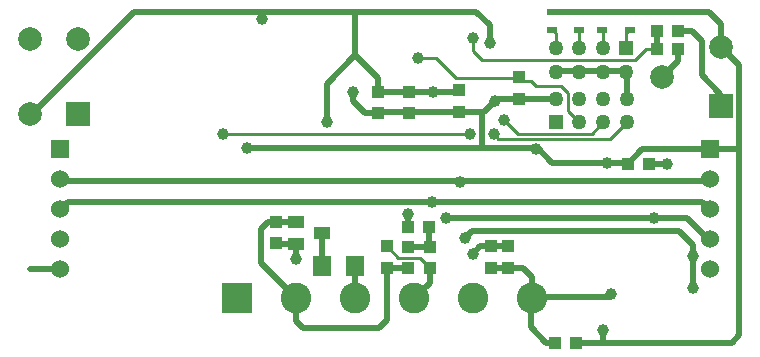
<source format=gbl>
G04 Layer_Physical_Order=2*
G04 Layer_Color=16711680*
%FSLAX44Y44*%
%MOMM*%
G71*
G01*
G75*
%ADD10R,1.0000X1.0000*%
%ADD13R,1.0000X1.0000*%
%ADD29C,0.5000*%
%ADD30C,0.2540*%
%ADD31C,1.2700*%
%ADD32R,1.2700X1.2700*%
%ADD33C,2.0000*%
%ADD34R,2.0000X2.0000*%
%ADD35R,1.5240X1.5240*%
%ADD36C,1.5240*%
%ADD37C,2.6000*%
%ADD38R,2.6000X2.6000*%
%ADD39R,2.0000X2.0000*%
%ADD40C,1.0000*%
%ADD41R,1.4000X1.0000*%
%ADD42R,1.6000X1.8000*%
%ADD43R,0.9000X0.6000*%
D10*
X364500Y165000D02*
D03*
X382500D02*
D03*
X550500Y218500D02*
D03*
X568500D02*
D03*
X506760Y67270D02*
D03*
X488760D02*
D03*
X575500Y331000D02*
D03*
X593500D02*
D03*
X575500Y315500D02*
D03*
X593500D02*
D03*
D13*
X252750Y169500D02*
D03*
Y151500D02*
D03*
X346750Y148750D02*
D03*
Y130750D02*
D03*
X365000Y148500D02*
D03*
Y130500D02*
D03*
X383000Y148500D02*
D03*
Y130500D02*
D03*
X434500Y148750D02*
D03*
Y130750D02*
D03*
X449500D02*
D03*
Y148750D02*
D03*
X365680Y261470D02*
D03*
Y279470D02*
D03*
X407590Y262740D02*
D03*
Y280740D02*
D03*
X459000Y273750D02*
D03*
Y291750D02*
D03*
X339010Y261470D02*
D03*
Y279470D02*
D03*
D29*
X440250Y273750D02*
X459000D01*
X550500Y218500D02*
X562800Y230800D01*
X620000D01*
X532750Y219500D02*
X549500D01*
X486500D02*
X532750D01*
X474250Y231750D02*
X486500Y219500D01*
X427000Y231750D02*
X474250D01*
X427000D02*
Y262500D01*
X229250Y231750D02*
X427000D01*
X227500Y232500D02*
X229250Y230750D01*
X568500Y218500D02*
X582450D01*
X605710Y113710D02*
Y140930D01*
X639020Y67270D02*
X645250Y73500D01*
X506760Y67270D02*
X639020D01*
X240000Y135000D02*
X270000Y105000D01*
X240000Y135000D02*
Y163500D01*
X246000Y169500D01*
X252750D01*
X253000Y169750D02*
X269500D01*
X270000Y138000D02*
Y150250D01*
X319500Y105500D02*
Y132000D01*
X291500D02*
Y160250D01*
X253500Y150750D02*
X269500D01*
X364750Y165250D02*
Y176500D01*
X346750Y86250D02*
Y130750D01*
X340250Y79750D02*
X346750Y86250D01*
X276000Y79750D02*
X340250D01*
X270000Y85750D02*
X276000Y79750D01*
X270000Y85750D02*
Y105000D01*
X346750Y130750D02*
X364750D01*
X365000Y148500D02*
X382000D01*
X382500Y149000D02*
Y165000D01*
X370000Y105000D02*
X383000Y118000D01*
Y130500D01*
X295750Y286250D02*
X320000Y310500D01*
X295750Y254250D02*
Y286250D01*
X44500Y259170D02*
X132830Y347500D01*
X468660Y80090D02*
Y103660D01*
X44500Y129250D02*
X44550Y129200D01*
X70000D01*
X481480Y67270D02*
X488760D01*
X468660Y80090D02*
X481480Y67270D01*
X317999Y271501D02*
X328030Y261470D01*
X317999Y271501D02*
Y279499D01*
X339010Y279470D02*
Y291490D01*
X320000Y310500D02*
X339010Y291490D01*
Y262850D02*
X405160D01*
X328030Y261470D02*
X339010D01*
X76350Y186350D02*
X613650D01*
X339120Y279360D02*
X386000D01*
X429240Y262740D02*
X438000Y271500D01*
X407590Y262740D02*
X429240D01*
X386000Y279360D02*
X403670D01*
X407590Y283280D01*
X409210Y262500D02*
X427000D01*
X407590Y264120D02*
X408280Y263430D01*
X613650Y186350D02*
X620000Y180000D01*
X605710Y140930D02*
Y149820D01*
X492680Y203740D02*
X620000D01*
X70000Y180000D02*
X76350Y186350D01*
X70000Y203740D02*
X492680D01*
X594030Y161500D02*
X605710Y149820D01*
X506650Y67270D02*
X506760D01*
X529750Y67770D02*
Y78000D01*
X320000Y310500D02*
Y347500D01*
X549750Y273750D02*
X551250Y275250D01*
X459000Y273750D02*
X489750D01*
X613250Y293500D02*
X629160Y277590D01*
Y266660D02*
Y277590D01*
X575500Y315500D02*
Y331000D01*
X593500Y306000D02*
Y315500D01*
X580000Y292500D02*
X593500Y306000D01*
Y331000D02*
X605000D01*
X613250Y322750D01*
Y293500D02*
Y322750D01*
X241000Y341500D02*
Y347500D01*
X132830D02*
X241000D01*
X320000D01*
X620000Y230800D02*
X644700D01*
X645250Y230250D01*
Y73500D02*
Y230250D01*
Y302050D01*
X489500Y297250D02*
X549500D01*
X549750Y273750D02*
Y296250D01*
X549500Y296500D02*
X549750Y296250D01*
X549500Y296500D02*
Y297250D01*
X433750Y320750D02*
Y336250D01*
X422500Y347500D02*
X433750Y336250D01*
X320000Y347500D02*
X422500D01*
X486250Y347250D02*
X509000D01*
X529000D01*
X552250D01*
X629900Y317400D02*
X645250Y302050D01*
X552250Y347250D02*
X619750D01*
X630000Y337000D01*
Y317500D02*
Y337000D01*
X534700Y105750D02*
X536750Y107800D01*
X470080Y105750D02*
X534700D01*
X600630Y172680D02*
X618710Y154600D01*
X418750Y161500D02*
X594030D01*
X397180Y172680D02*
X600630D01*
X397000Y172500D02*
X397180Y172680D01*
X395070Y172500D02*
X397000D01*
X413000Y155750D02*
X418750Y161500D01*
X434500Y148750D02*
X449500D01*
X419250Y142250D02*
X425750Y148750D01*
X434500D01*
Y130750D02*
X449500D01*
X469706Y105200D02*
X470000Y105632D01*
X470080Y105750D01*
X470000Y105000D02*
Y105632D01*
X468660Y103660D02*
X469706Y105200D01*
X449500Y130750D02*
X461750D01*
X470000Y122500D01*
Y105632D02*
Y122500D01*
D30*
X457460Y244040D02*
X520040D01*
X446000Y255500D02*
X457460Y244040D01*
X520040D02*
X529750Y253750D01*
X535500Y239500D02*
X549750Y253750D01*
X441000Y239500D02*
X535500D01*
X437000Y243500D02*
X441000Y239500D01*
X374500Y139000D02*
X383000Y130500D01*
X356500Y139000D02*
X374500D01*
X346750Y148750D02*
X356500Y139000D01*
X208250Y243500D02*
X417000D01*
X435830D02*
X437000D01*
X434260Y245070D02*
X435830Y243500D01*
X373000Y308500D02*
X388000D01*
X492300Y204120D02*
X492680Y203740D01*
X388000Y308500D02*
X405000Y291500D01*
X458750D01*
X459000Y291750D01*
X500000Y263500D02*
X509750Y253750D01*
X459000Y291750D02*
X462250Y288500D01*
X468750D01*
X473000Y284250D01*
X500000Y263500D02*
Y278750D01*
X494500Y284250D02*
X500000Y278750D01*
X473000Y284250D02*
X494500D01*
X419750Y314000D02*
Y325000D01*
X566000Y315500D02*
X575500D01*
X419750Y314000D02*
X427250Y306500D01*
X557000D01*
X566000Y315500D01*
X489500Y316500D02*
Y329000D01*
X509500Y316500D02*
Y331750D01*
X529500Y316500D02*
Y331750D01*
X549500Y316500D02*
Y329500D01*
X486250Y332250D02*
X489500Y329000D01*
X549500Y329500D02*
X552250Y332250D01*
D31*
X549750Y273750D02*
D03*
Y253750D02*
D03*
X529750Y273750D02*
D03*
Y253750D02*
D03*
X509750Y273750D02*
D03*
Y253750D02*
D03*
X489750Y273750D02*
D03*
X489500Y296500D02*
D03*
Y316500D02*
D03*
X509500Y296500D02*
D03*
Y316500D02*
D03*
X529500Y296500D02*
D03*
Y316500D02*
D03*
X549500Y296500D02*
D03*
D32*
X489750Y253750D02*
D03*
X549500Y316500D02*
D03*
D33*
X630000Y317500D02*
D03*
X580000Y292500D02*
D03*
X44500Y261000D02*
D03*
Y324000D02*
D03*
X85500D02*
D03*
D34*
X630000Y267500D02*
D03*
D35*
X70000Y230800D02*
D03*
X620000D02*
D03*
D36*
X70000Y205400D02*
D03*
Y180000D02*
D03*
Y154600D02*
D03*
Y129200D02*
D03*
X620000Y205400D02*
D03*
Y180000D02*
D03*
Y154600D02*
D03*
Y129200D02*
D03*
D37*
X420000Y105000D02*
D03*
X470000D02*
D03*
X370000D02*
D03*
X320000D02*
D03*
X270000D02*
D03*
D38*
X220000D02*
D03*
D39*
X85500Y261000D02*
D03*
D40*
X532750Y219500D02*
D03*
X473000Y231000D02*
D03*
X584000Y218500D02*
D03*
X605500Y113500D02*
D03*
X270000Y138000D02*
D03*
X364750Y176500D02*
D03*
X295750Y254250D02*
D03*
X228000Y232250D02*
D03*
X208250Y243500D02*
D03*
X317999Y279499D02*
D03*
X385000Y186500D02*
D03*
X438000Y271500D02*
D03*
X386000Y279360D02*
D03*
X397000Y172500D02*
D03*
X408860Y203160D02*
D03*
X446000Y255500D02*
D03*
X437000Y243500D02*
D03*
X572690Y172680D02*
D03*
X417000Y243500D02*
D03*
X373000Y308500D02*
D03*
X536750Y108000D02*
D03*
X529750Y78000D02*
D03*
X241000Y341500D02*
D03*
X605710Y140930D02*
D03*
X433750Y320750D02*
D03*
X419750Y325000D02*
D03*
X413000Y155750D02*
D03*
X419250Y142250D02*
D03*
D41*
X291500Y160250D02*
D03*
X269500Y150750D02*
D03*
Y169750D02*
D03*
D42*
X291500Y132000D02*
D03*
X319500D02*
D03*
D43*
X552250Y332250D02*
D03*
Y347250D02*
D03*
X529000Y332250D02*
D03*
Y347250D02*
D03*
X509000Y332250D02*
D03*
Y347250D02*
D03*
X486250Y332250D02*
D03*
Y347250D02*
D03*
M02*

</source>
